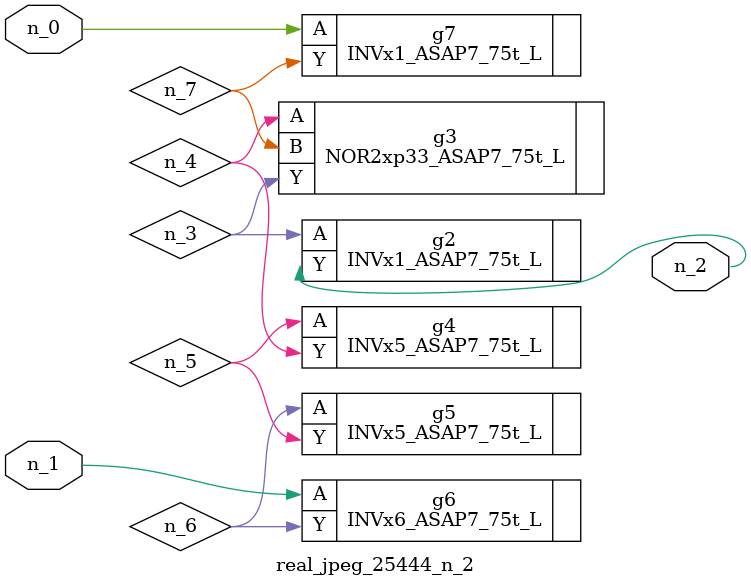
<source format=v>
module real_jpeg_25444_n_2 (n_1, n_0, n_2);

input n_1;
input n_0;

output n_2;

wire n_5;
wire n_4;
wire n_6;
wire n_7;
wire n_3;

INVx1_ASAP7_75t_L g7 ( 
.A(n_0),
.Y(n_7)
);

INVx6_ASAP7_75t_L g6 ( 
.A(n_1),
.Y(n_6)
);

INVx1_ASAP7_75t_L g2 ( 
.A(n_3),
.Y(n_2)
);

NOR2xp33_ASAP7_75t_L g3 ( 
.A(n_4),
.B(n_7),
.Y(n_3)
);

INVx5_ASAP7_75t_L g4 ( 
.A(n_5),
.Y(n_4)
);

INVx5_ASAP7_75t_L g5 ( 
.A(n_6),
.Y(n_5)
);


endmodule
</source>
